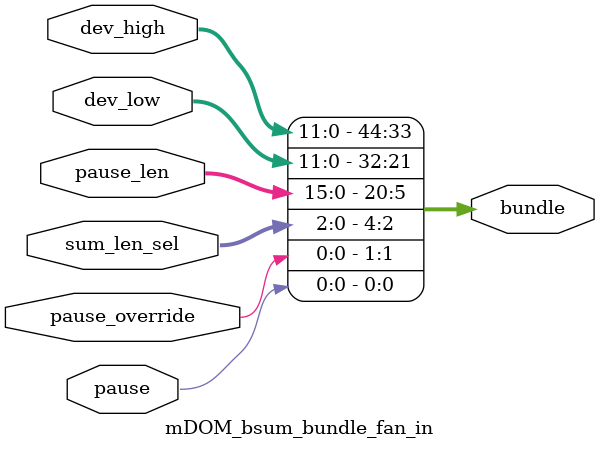
<source format=v>
module mDOM_bsum_bundle_fan_in
  (
   bundle,
   pause,
   pause_override,
   sum_len_sel,
   pause_len,
   dev_low,
   dev_high
  );

`include "mDOM_bsum_bundle_inc.v"

   output [44:0] bundle;
   input [0:0] pause;
   input [0:0] pause_override;
   input [2:0] sum_len_sel;
   input [15:0] pause_len;
   input [11:0] dev_low;
   input [11:0] dev_high;

assign bundle[0:0] = pause;
assign bundle[1:1] = pause_override;
assign bundle[4:2] = sum_len_sel;
assign bundle[20:5] = pause_len;
assign bundle[32:21] = dev_low;
assign bundle[44:33] = dev_high;


endmodule

</source>
